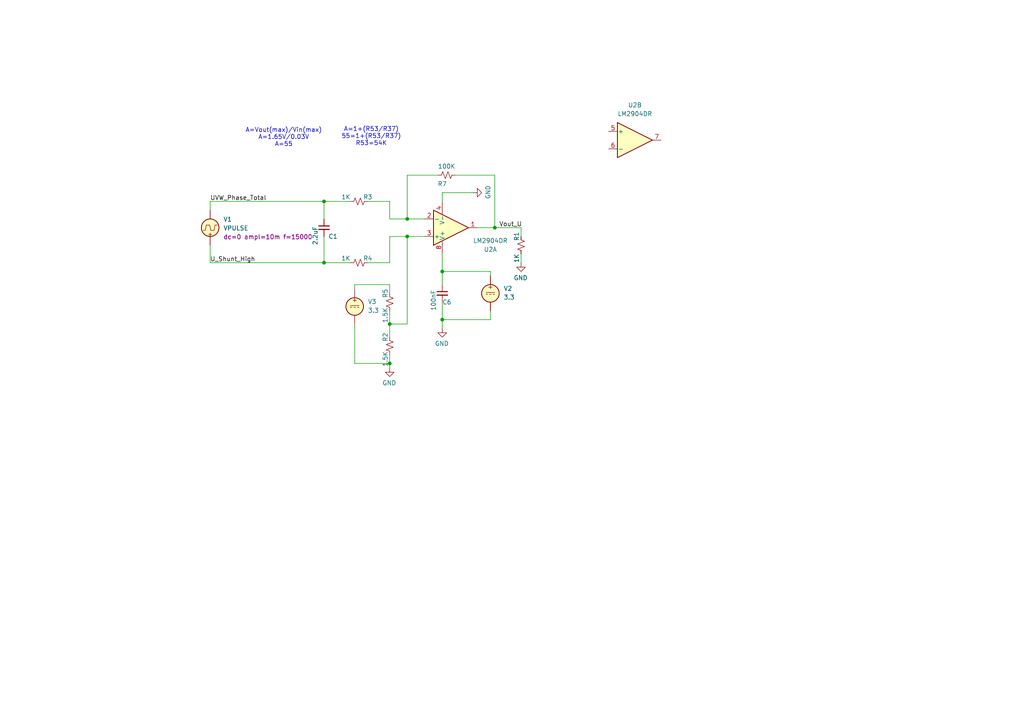
<source format=kicad_sch>
(kicad_sch (version 20231120) (generator "eeschema") (generator_version "8.0")
  (paper "A4")
  (lib_symbols
    (symbol "AKE_Capacitor:Capacitor_UnPolarised" (pin_numbers hide) (pin_names (offset 0.254) hide)
      (property "Reference" "C" (at 0.254 1.778 0))
      (property "Value" "Capacitor_UnPolarised" (at 0 -1.27 0))
      (symbol "Capacitor_UnPolarised_0_1"
        (polyline (pts (xy -1.524 -0.508) (xy 1.524 -0.508)) (stroke (width 0.3302)))
        (polyline (pts (xy -1.524 0.508) (xy 1.524 0.508)) (stroke (width 0.3048)))
      )
      (symbol "Capacitor_UnPolarised_1_1"
        (pin passive line (at 0 2.54 270) (length 2.032) (name "~") (number "1"))
        (pin passive line (at 0 -2.54 90) (length 2.032) (name "~") (number "2"))
      )
    )
    (symbol "AKE_Opamp:LM2904DR" (pin_names (offset 0.127))
      (property "Reference" "U" (at 7.62 13.97 0))
      (property "Value" "LM2904DR" (at 7.62 11.43 0))
      (symbol "LM2904DR_0_1"
        (polyline (pts (xy 2.54 12.7) (xy 12.7 7.62) (xy 2.54 2.54) (xy 2.54 12.7)) (stroke (width 0.254)) (fill (type background)))
      )
      (symbol "LM2904DR_1_1"
        (pin output line (at 15.24 7.62 180) (length 2.54) (name "~") (number "1"))
        (pin input line (at 0 5.08 0) (length 2.54) (name "-") (number "2"))
        (pin input line (at 0 10.16 0) (length 2.54) (name "+") (number "3"))
        (pin power_out line (at 5.08 0 90) (length 3.81) (name "V-") (number "4"))
        (pin power_in line (at 5.08 15.24 270) (length 3.81) (name "V+") (number "8"))
      )
      (symbol "LM2904DR_2_1"
        (pin input line (at 0 10.16 0) (length 2.54) (name "+") (number "5"))
        (pin input line (at 0 5.08 0) (length 2.54) (name "-") (number "6"))
        (pin output line (at 15.24 7.62 180) (length 2.54) (name "~") (number "7"))
      )
    )
    (symbol "AKE_Power:GND" (power) (pin_names (offset 0))
      (property "Value" "GND" (at 0 -3.81 0))
      (symbol "GND_0_1"
        (polyline (pts (xy 0 0) (xy 0 -1.27) (xy 1.27 -1.27) (xy 0 -2.54) (xy -1.27 -1.27) (xy 0 -1.27)))
      )
      (symbol "GND_1_1"
        (pin power_in line (at 0 0 270) (length 0) hide (name "GND") (number "1"))
      )
    )
    (symbol "AKE_Resistor:Resistor_US" (pin_numbers hide) (pin_names (offset 0.254) hide)
      (property "Reference" "R" (at 0.762 0.508 0))
      (property "Value" "Resistor_US" (at 0.762 -1.016 0))
      (symbol "Resistor_US_1_1"
        (polyline (pts (xy 0 0) (xy 1.016 -0.381) (xy 0 -0.762) (xy -1.016 -1.143) (xy 0 -1.524)))
        (polyline (pts (xy 0 1.524) (xy 1.016 1.143) (xy 0 0.762) (xy -1.016 0.381) (xy 0 0)))
        (pin passive line (at 0 2.54 270) (length 1.016) (name "~") (number "1"))
        (pin passive line (at 0 -2.54 90) (length 1.016) (name "~") (number "2"))
      )
    )
    (symbol "Simulation_SPICE:VDC" (pin_numbers hide) (pin_names (offset 0.0254))
      (property "Reference" "V" (at 2.54 2.54 0))
      (property "Value" "1" (at 2.54 0 0))
      (symbol "VDC_0_0"
        (polyline (pts (xy -1.27 0.254) (xy 1.27 0.254)))
        (polyline (pts (xy -0.762 -0.254) (xy -1.27 -0.254)))
        (polyline (pts (xy 0.254 -0.254) (xy -0.254 -0.254)))
        (polyline (pts (xy 1.27 -0.254) (xy 0.762 -0.254)))
        (text "+" (at 0 1.905 0) (effects (font (size 1.27 1.27))))
      )
      (symbol "VDC_0_1"
        (circle (center 0 0) (radius 2.54) (stroke (width 0.254)) (fill (type background)))
      )
      (symbol "VDC_1_1"
        (pin passive line (at 0 5.08 270) (length 2.54) (name "~") (number "1"))
        (pin passive line (at 0 -5.08 90) (length 2.54) (name "~") (number "2"))
      )
    )
    (symbol "Simulation_SPICE:VPULSE" (pin_numbers hide) (pin_names (offset 0.0254))
      (property "Reference" "V" (at 2.54 2.54 0))
      (property "Value" "VPULSE" (at 2.54 0 0))
      (property "Sim.Params" "y1=0 y2=1 td=2n tr=2n tf=2n tw=50n per=100n" (at 2.54 -2.54 0))
      (symbol "VPULSE_0_0"
        (polyline (pts (xy -2.032 -0.762) (xy -1.397 -0.762) (xy -1.143 0.762) (xy -0.127 0.762) (xy 0.127 -0.762) (xy 1.143 -0.762) (xy 1.397 0.762) (xy 2.032 0.762)))
        (text "+" (at 0 1.905 0) (effects (font (size 1.27 1.27))))
      )
      (symbol "VPULSE_0_1"
        (circle (center 0 0) (radius 2.54) (stroke (width 0.254)) (fill (type background)))
      )
      (symbol "VPULSE_1_1"
        (pin passive line (at 0 5.08 270) (length 2.54) (name "~") (number "1"))
        (pin passive line (at 0 -5.08 90) (length 2.54) (name "~") (number "2"))
      )
    )
  )
  (junction (at 113.03 105.41))
  (junction (at 118.11 68.58))
  (junction (at 143.51 66.04))
  (junction (at 118.11 63.5))
  (junction (at 128.27 78.74))
  (junction (at 113.03 93.98))
  (junction (at 93.98 76.2))
  (junction (at 128.27 92.71))
  (junction (at 93.98 58.42))
  (wire (pts (xy 113.03 90.17) (xy 113.03 93.98)))
  (wire (pts (xy 113.03 63.5) (xy 113.03 58.42)))
  (wire (pts (xy 60.96 76.2) (xy 93.98 76.2)))
  (wire (pts (xy 102.87 93.98) (xy 102.87 105.41)))
  (wire (pts (xy 128.27 92.71) (xy 128.27 87.63)))
  (wire (pts (xy 113.03 82.55) (xy 113.03 85.09)))
  (wire (pts (xy 128.27 95.25) (xy 128.27 92.71)))
  (wire (pts (xy 113.03 105.41) (xy 102.87 105.41)))
  (wire (pts (xy 60.96 58.42) (xy 60.96 60.96)))
  (wire (pts (xy 128.27 78.74) (xy 142.24 78.74)))
  (wire (pts (xy 113.03 68.58) (xy 113.03 76.2)))
  (wire (pts (xy 60.96 58.42) (xy 93.98 58.42)))
  (wire (pts (xy 142.24 78.74) (xy 142.24 80.01)))
  (wire (pts (xy 113.03 102.87) (xy 113.03 105.41)))
  (wire (pts (xy 128.27 78.74) (xy 128.27 82.55)))
  (wire (pts (xy 143.51 50.8) (xy 132.08 50.8)))
  (wire (pts (xy 143.51 66.04) (xy 151.13 66.04)))
  (wire (pts (xy 118.11 63.5) (xy 113.03 63.5)))
  (wire (pts (xy 142.24 92.71) (xy 142.24 90.17)))
  (wire (pts (xy 118.11 68.58) (xy 123.19 68.58)))
  (wire (pts (xy 118.11 50.8) (xy 118.11 63.5)))
  (wire (pts (xy 113.03 93.98) (xy 113.03 97.79)))
  (wire (pts (xy 93.98 58.42) (xy 101.6 58.42)))
  (wire (pts (xy 113.03 58.42) (xy 106.68 58.42)))
  (wire (pts (xy 128.27 92.71) (xy 142.24 92.71)))
  (wire (pts (xy 128.27 73.66) (xy 128.27 78.74)))
  (wire (pts (xy 93.98 76.2) (xy 101.6 76.2)))
  (wire (pts (xy 138.43 66.04) (xy 143.51 66.04)))
  (wire (pts (xy 113.03 68.58) (xy 118.11 68.58)))
  (wire (pts (xy 151.13 73.66) (xy 151.13 76.2)))
  (wire (pts (xy 143.51 66.04) (xy 143.51 50.8)))
  (wire (pts (xy 102.87 82.55) (xy 113.03 82.55)))
  (wire (pts (xy 118.11 68.58) (xy 118.11 93.98)))
  (wire (pts (xy 113.03 76.2) (xy 106.68 76.2)))
  (wire (pts (xy 128.27 55.88) (xy 137.16 55.88)))
  (wire (pts (xy 128.27 55.88) (xy 128.27 58.42)))
  (wire (pts (xy 93.98 68.58) (xy 93.98 76.2)))
  (wire (pts (xy 93.98 63.5) (xy 93.98 58.42)))
  (wire (pts (xy 151.13 66.04) (xy 151.13 68.58)))
  (wire (pts (xy 113.03 93.98) (xy 118.11 93.98)))
  (wire (pts (xy 102.87 82.55) (xy 102.87 83.82)))
  (wire (pts (xy 60.96 71.12) (xy 60.96 76.2)))
  (wire (pts (xy 127 50.8) (xy 118.11 50.8)))
  (wire (pts (xy 113.03 105.41) (xy 113.03 106.68)))
  (wire (pts (xy 118.11 63.5) (xy 123.19 63.5)))
  (text "A=1+(R53/R37)\n55=1+(R53/R37)\nR53=54K" (at 107.696 39.624 0) (effects (font (size 1.27 1.27))))
  (text "A=Vout(max)/Vin(max)\nA=1.65V/0.03V\nA=55" (at 82.296 39.878 0) (effects (font (size 1.27 1.27))))
  (label "UVW_Phase_Total" (at 60.96 58.42 0))
  (label "U_Shunt_High" (at 60.96 76.2 0))
  (label "Vout_U" (at 144.78 66.04 0))
  (symbol (lib_id "Simulation_SPICE:VDC") (at 142.24 85.09 0) (unit 1)
    (property "Reference" "V2" (at 146.05 83.6901 0) (effects (justify left)))
    (property "Value" "3.3" (at 146.05 86.2301 0) (effects (justify left)))
    (property "Datasheet" "https://ngspice.sourceforge.io/docs/ngspice-html-manual/manual.xhtml#sec_Independent_Sources_for" (effects (hide yes)))
    (property "Description" "Voltage source, DC" (effects (hide yes)))
    (property "Sim.Pins" "1=+ 2=-" (effects (hide yes)))
    (property "Sim.Type" "DC" (effects (hide yes)))
    (property "Sim.Device" "V" (effects (hide yes)))
  )
  (symbol (lib_id "AKE_Power:GND") (at 151.13 76.2 0) (mirror y) (unit 1)
    (property "Reference" "#PWR02" (effects (hide yes)))
    (property "Value" "GND" (at 151.003 80.5942 0))
  )
  (symbol (lib_id "AKE_Resistor:Resistor_US") (at 104.14 58.42 270) (unit 1)
    (property "Reference" "R3" (at 106.68 57.15 90))
    (property "Value" "1K" (at 100.33 57.15 90))
    (property "Footprint" "AKE_Resistor_SMD:RES_0603" (effects (hide yes)))
    (property "MFG P/N" "*" (effects (hide yes)))
  )
  (symbol (lib_id "Simulation_SPICE:VPULSE") (at 60.96 66.04 180) (unit 1)
    (property "Reference" "V1" (at 64.77 63.6297 0) (effects (justify right)))
    (property "Value" "VPULSE" (at 64.77 66.1697 0) (effects (justify right)))
    (property "Datasheet" "https://ngspice.sourceforge.io/docs/ngspice-html-manual/manual.xhtml#sec_Independent_Sources_for" (effects (hide yes)))
    (property "Description" "Voltage source, pulse" (effects (hide yes)))
    (property "Sim.Pins" "1=+ 2=-" (effects (hide yes)))
    (property "Sim.Type" "SIN" (effects (hide yes)))
    (property "Sim.Device" "V" (effects (hide yes)))
    (property "Sim.Params" "dc=0 ampl=10m f=15000" (at 64.77 68.7097 0) (effects (justify right)))
  )
  (symbol (lib_id "AKE_Power:GND") (at 137.16 55.88 90) (unit 1)
    (property "Reference" "#PWR05" (effects (hide yes)))
    (property "Value" "GND" (at 141.5542 55.753 0))
  )
  (symbol (lib_id "AKE_Opamp:LM2904DR") (at 123.19 58.42 0) (mirror x) (unit 1)
    (property "Reference" "U2" (at 142.24 72.3586 0))
    (property "Value" "LM2904DR" (at 142.24 69.8186 0))
    (property "Footprint" "AKE_Opamp_SMD:SOIC-8_3.9x4.9mm_P1.27mm" (effects (hide yes)))
    (property "Datasheet" "https://www.ti.com/lit/ds/symlink/lm2904v.pdf?HQS=dis-dk-null-digikeymode-dsf-pf-null-wwe&ts=1725784765908&ref_url=https%253A%252F%252Fwww.ti.com%252Fgeneral%252Fdocs%252Fsuppproductinfo.tsp%253FdistId%253D10%2526gotoUrl%253Dhttps%253A%252F%252Fwww.ti.com%252Flit%252Fgpn%252Flm2904v" (effects (hide yes)))
    (property "Description" "General Purpose Amplifier 2 Circuit 8-SOIC" (effects (hide yes)))
    (property "MFG P/N" "LM2904DR" (effects (hide yes)))
    (property "Sim.Library" "C:\\Users\\muzaf\\OneDrive\\Belgeler\\Kicad_Library\\Simulation_Library\\LM2904.lib" (effects (hide yes)))
  )
  (symbol (lib_id "AKE_Resistor:Resistor_US") (at 104.14 76.2 270) (unit 1)
    (property "Reference" "R4" (at 106.68 74.93 90))
    (property "Value" "1K" (at 100.33 74.93 90))
    (property "Footprint" "AKE_Resistor_SMD:RES_0603" (effects (hide yes)))
    (property "MFG P/N" "*" (effects (hide yes)))
  )
  (symbol (lib_id "AKE_Resistor:Resistor_US") (at 113.03 100.33 0) (unit 1)
    (property "Reference" "R2" (at 111.76 97.79 90))
    (property "Value" "1.5K" (at 111.76 104.14 90))
    (property "Footprint" "AKE_Resistor_SMD:RES_0603" (effects (hide yes)))
    (property "MFG P/N" "*" (effects (hide yes)))
  )
  (symbol (lib_id "AKE_Power:GND") (at 113.03 106.68 0) (mirror y) (unit 1)
    (property "Reference" "#PWR03" (effects (hide yes)))
    (property "Value" "GND" (at 112.903 111.0742 0))
  )
  (symbol (lib_id "AKE_Capacitor:Capacitor_UnPolarised") (at 128.27 85.09 0) (unit 1)
    (property "Reference" "C6" (at 128.27 87.63 0) (effects (justify left)))
    (property "Value" "100nF" (at 125.73 90.17 90) (effects (justify left)))
    (property "Footprint" "AKE_Capacitor_SMD:CAP_0603" (effects (hide yes)))
    (property "MFG P/N" "*" (effects (hide yes)))
  )
  (symbol (lib_id "AKE_Resistor:Resistor_US") (at 129.54 50.8 270) (unit 1)
    (property "Reference" "R7" (at 128.27 53.34 90))
    (property "Value" "100K" (at 129.54 48.26 90))
    (property "Footprint" "AKE_Resistor_SMD:RES_0603" (effects (hide yes)))
    (property "MFG P/N" "*" (effects (hide yes)))
  )
  (symbol (lib_id "Simulation_SPICE:VDC") (at 102.87 88.9 0) (unit 1)
    (property "Reference" "V3" (at 106.68 87.5001 0) (effects (justify left)))
    (property "Value" "3.3" (at 106.68 90.0401 0) (effects (justify left)))
    (property "Datasheet" "https://ngspice.sourceforge.io/docs/ngspice-html-manual/manual.xhtml#sec_Independent_Sources_for" (effects (hide yes)))
    (property "Description" "Voltage source, DC" (effects (hide yes)))
    (property "Sim.Pins" "1=+ 2=-" (effects (hide yes)))
    (property "Sim.Type" "DC" (effects (hide yes)))
    (property "Sim.Device" "V" (effects (hide yes)))
  )
  (symbol (lib_id "AKE_Resistor:Resistor_US") (at 151.13 71.12 0) (unit 1)
    (property "Reference" "R1" (at 149.86 68.58 90))
    (property "Value" "1K" (at 149.86 74.93 90))
    (property "Footprint" "AKE_Resistor_SMD:RES_0603" (effects (hide yes)))
    (property "MFG P/N" "*" (effects (hide yes)))
  )
  (symbol (lib_id "AKE_Power:GND") (at 128.27 95.25 0) (mirror y) (unit 1)
    (property "Reference" "#PWR04" (effects (hide yes)))
    (property "Value" "GND" (at 128.143 99.6442 0))
  )
  (symbol (lib_id "AKE_Capacitor:Capacitor_UnPolarised") (at 93.98 66.04 0) (unit 1)
    (property "Reference" "C1" (at 95.25 68.58 0) (effects (justify left)))
    (property "Value" "2.2uF" (at 91.44 71.12 90) (effects (justify left)))
    (property "Footprint" "AKE_Capacitor_SMD:CAP_0603" (effects (hide yes)))
    (property "MFG P/N" "CL10A225KP8NNNC" (effects (hide yes)))
  )
  (symbol (lib_id "AKE_Opamp:LM2904DR") (at 176.53 48.26 0) (unit 2)
    (property "Reference" "U2" (at 184.15 30.48 0))
    (property "Value" "LM2904DR" (at 184.15 33.02 0))
    (property "Footprint" "AKE_Opamp_SMD:SOIC-8_3.9x4.9mm_P1.27mm" (effects (hide yes)))
    (property "Datasheet" "https://www.ti.com/lit/ds/symlink/lm2904v.pdf?HQS=dis-dk-null-digikeymode-dsf-pf-null-wwe&ts=1725784765908&ref_url=https%253A%252F%252Fwww.ti.com%252Fgeneral%252Fdocs%252Fsuppproductinfo.tsp%253FdistId%253D10%2526gotoUrl%253Dhttps%253A%252F%252Fwww.ti.com%252Flit%252Fgpn%252Flm2904v" (effects (hide yes)))
    (property "Description" "General Purpose Amplifier 2 Circuit 8-SOIC" (effects (hide yes)))
    (property "MFG P/N" "LM2904DR" (effects (hide yes)))
    (property "Sim.Library" "C:\\Users\\muzaf\\OneDrive\\Belgeler\\Kicad_Library\\Simulation_Library\\LM2904.lib" (effects (hide yes)))
  )
  (symbol (lib_id "AKE_Resistor:Resistor_US") (at 113.03 87.63 0) (unit 1)
    (property "Reference" "R5" (at 111.76 85.09 90))
    (property "Value" "1.5K" (at 111.76 91.44 90))
    (property "Footprint" "AKE_Resistor_SMD:RES_0603" (effects (hide yes)))
    (property "MFG P/N" "*" (effects (hide yes)))
  )
)
</source>
